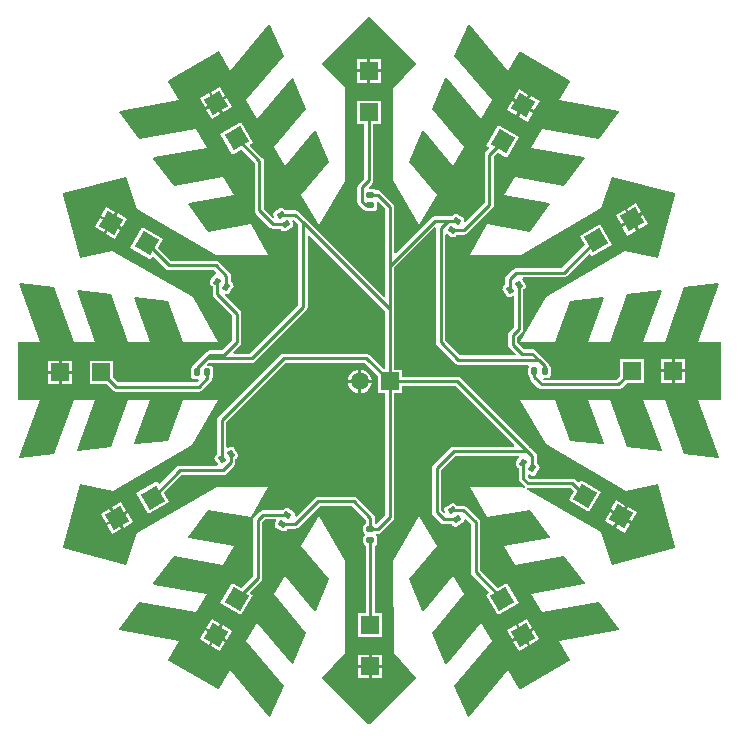
<source format=gtl>
%FSTAX23Y23*%
%MOIN*%
%SFA1B1*%

%IPPOS*%
%AMD13*
4,1,4,-0.010800,-0.040300,0.040300,-0.010800,0.010800,0.040300,-0.040300,0.010800,-0.010800,-0.040300,0.0*
%
%AMD15*
4,1,8,-0.014100,0.000800,-0.006400,-0.012600,-0.003800,-0.013300,0.013400,-0.003400,0.014100,-0.000800,0.006400,0.012600,0.003800,0.013300,-0.013400,0.003400,-0.014100,0.000800,0.0*
1,1,0.003860,-0.012400,0.001700*
1,1,0.003860,-0.004700,-0.011600*
1,1,0.003860,0.012400,-0.001700*
1,1,0.003860,0.004700,0.011600*
%
%AMD16*
4,1,8,-0.011800,0.007700,-0.011800,-0.007700,-0.009900,-0.009600,0.009900,-0.009600,0.011800,-0.007700,0.011800,0.007700,0.009900,0.009600,-0.009900,0.009600,-0.011800,0.007700,0.0*
1,1,0.003860,-0.009900,0.007700*
1,1,0.003860,-0.009900,-0.007700*
1,1,0.003860,0.009900,-0.007700*
1,1,0.003860,0.009900,0.007700*
%
%AMD17*
4,1,4,-0.040300,-0.010800,0.010800,-0.040300,0.040300,0.010800,-0.010800,0.040300,-0.040300,-0.010800,0.0*
%
%AMD18*
4,1,4,0.010800,-0.040300,0.040300,0.010800,-0.010800,0.040300,-0.040300,-0.010800,0.010800,-0.040300,0.0*
%
%AMD19*
4,1,8,-0.006400,0.012600,-0.014100,-0.000800,-0.013400,-0.003400,0.003800,-0.013300,0.006400,-0.012600,0.014100,0.000800,0.013400,0.003400,-0.003800,0.013300,-0.006400,0.012600,0.0*
1,1,0.003860,-0.004700,0.011600*
1,1,0.003860,-0.012400,-0.001700*
1,1,0.003860,0.004700,-0.011600*
1,1,0.003860,0.012400,0.001700*
%
%AMD20*
4,1,8,-0.012600,-0.006400,0.000800,-0.014100,0.003400,-0.013400,0.013300,0.003800,0.012600,0.006400,-0.000800,0.014100,-0.003400,0.013400,-0.013300,-0.003800,-0.012600,-0.006400,0.0*
1,1,0.003860,-0.011600,-0.004700*
1,1,0.003860,0.001700,-0.012400*
1,1,0.003860,0.011600,0.004700*
1,1,0.003860,-0.001700,0.012400*
%
%AMD22*
4,1,4,-0.040300,0.010800,-0.010800,-0.040300,0.040300,-0.010800,0.010800,0.040300,-0.040300,0.010800,0.0*
%
%AMD23*
4,1,8,-0.007700,-0.011800,0.007700,-0.011800,0.009600,-0.009900,0.009600,0.009900,0.007700,0.011800,-0.007700,0.011800,-0.009600,0.009900,-0.009600,-0.009900,-0.007700,-0.011800,0.0*
1,1,0.003860,-0.007700,-0.009900*
1,1,0.003860,0.007700,-0.009900*
1,1,0.003860,0.007700,0.009900*
1,1,0.003860,-0.007700,0.009900*
%
%AMD24*
4,1,8,0.000800,0.014100,-0.012600,0.006400,-0.013300,0.003800,-0.003400,-0.013400,-0.000800,-0.014100,0.012600,-0.006400,0.013300,-0.003800,0.003400,0.013400,0.000800,0.014100,0.0*
1,1,0.003860,0.001700,0.012400*
1,1,0.003860,-0.011600,0.004700*
1,1,0.003860,-0.001700,-0.012400*
1,1,0.003860,0.011600,-0.004700*
%
%ADD11C,0.010000*%
G04~CAMADD=13~10~0.0~590.6~0.0~0.0~0.0~0.0~0~0.0~0.0~0.0~0.0~0~0.0~0.0~0.0~0.0~0~0.0~0.0~0.0~210.0~590.6~0.0*
%ADD13D13*%
%ADD14R,0.059060X0.059060*%
G04~CAMADD=15~8~0.0~0.0~192.9~236.2~19.3~0.0~15~0.0~0.0~0.0~0.0~0~0.0~0.0~0.0~0.0~0~0.0~0.0~0.0~120.0~286.0~270.0*
%ADD15D15*%
G04~CAMADD=16~8~0.0~0.0~192.9~236.2~19.3~0.0~15~0.0~0.0~0.0~0.0~0~0.0~0.0~0.0~0.0~0~0.0~0.0~0.0~90.0~236.0~192.0*
%ADD16D16*%
G04~CAMADD=17~10~0.0~590.6~0.0~0.0~0.0~0.0~0~0.0~0.0~0.0~0.0~0~0.0~0.0~0.0~0.0~0~0.0~0.0~0.0~150.0~590.6~0.0*
%ADD17D17*%
G04~CAMADD=18~10~0.0~590.6~0.0~0.0~0.0~0.0~0~0.0~0.0~0.0~0.0~0~0.0~0.0~0.0~0.0~0~0.0~0.0~0.0~240.0~590.6~0.0*
%ADD18D18*%
G04~CAMADD=19~8~0.0~0.0~192.9~236.2~19.3~0.0~15~0.0~0.0~0.0~0.0~0~0.0~0.0~0.0~0.0~0~0.0~0.0~0.0~60.0~288.0~271.0*
%ADD19D19*%
G04~CAMADD=20~8~0.0~0.0~192.9~236.2~19.3~0.0~15~0.0~0.0~0.0~0.0~0~0.0~0.0~0.0~0.0~0~0.0~0.0~0.0~150.0~272.0~287.0*
%ADD20D20*%
%ADD21R,0.059060X0.059060*%
G04~CAMADD=22~10~0.0~590.6~0.0~0.0~0.0~0.0~0~0.0~0.0~0.0~0.0~0~0.0~0.0~0.0~0.0~0~0.0~0.0~0.0~120.0~590.6~0.0*
%ADD22D22*%
G04~CAMADD=23~8~0.0~0.0~192.9~236.2~19.3~0.0~15~0.0~0.0~0.0~0.0~0~0.0~0.0~0.0~0.0~0~0.0~0.0~0.0~180.0~192.0~236.0*
%ADD23D23*%
G04~CAMADD=24~8~0.0~0.0~192.9~236.2~19.3~0.0~15~0.0~0.0~0.0~0.0~0~0.0~0.0~0.0~0.0~0~0.0~0.0~0.0~30.0~270.0~286.0*
%ADD24D24*%
%ADD38C,0.059060*%
%LNnatal-1*%
%LPD*%
G36*
X03126Y03729D02*
X03051Y03646D01*
X03051Y03341*
X03138Y0319*
X03197Y03292*
X03104Y03402*
X03148Y03506*
X03153Y03506*
X03252Y03388*
X03288Y0345*
X0318Y03579*
X03224Y03682*
X03229Y03683*
X03344Y03546*
X03379Y03608*
X03255Y03755*
X033Y03859*
X03305Y0386*
X03435Y03705*
X03471Y03767*
X03476Y03768*
X03638Y03674*
X03639Y03669*
X03603Y03607*
X03803Y03572*
X03805Y03567*
X03737Y03477*
X03547Y03511*
X03512Y03449*
X03688Y03418*
X03689Y03414*
X03622Y03323*
X03456Y03352*
X03421Y03291*
X03572Y03264*
X03574Y0326*
X03506Y03169*
X03365Y03194*
X03306Y03093*
X03477*
X03745Y03248*
X03779Y03353*
X0399Y03298*
X03992Y03293*
X03935Y03083*
X03824Y03106*
X0356Y02953*
X03474Y02803*
X0359*
X0364Y02939*
X03752Y02952*
X03755Y02948*
X03702Y02803*
X03773*
X03831Y02961*
X03943Y02975*
X03946Y02971*
X03885Y02803*
X03956*
X04022Y02984*
X04134Y02998*
X04137Y02994*
X04067Y02803*
X04143*
Y02609*
X04067*
X04137Y02418*
X04134Y02414*
X04022Y02428*
X03956Y02609*
X03885*
X03946Y02441*
X03943Y02437*
X03831Y0245*
X03773Y02609*
X03702*
X03755Y02464*
X03752Y0246*
X0364Y02473*
X0359Y02609*
X03473*
X03559Y02461*
X03827Y02306*
X03935Y02329*
X03992Y02119*
X0399Y02115*
X03779Y02059*
X03744Y02167*
X03494Y0231*
X03494Y02311*
X03498Y02316*
X035Y02315*
X03642*
X03653Y02304*
X03636Y02274*
X03705Y02234*
X03744Y02303*
X03676Y02342*
X03671Y02335*
X03666Y02334*
X03659Y02341*
X03654Y02345*
X03648Y02346*
X03506*
X03499Y02352*
Y02359*
X03504Y02362*
X03511Y02358*
X03515Y02356*
X0352Y02356*
X03524Y02358*
X03527Y02362*
X03537Y02379*
X03539Y02384*
X03538Y02388*
X03536Y02393*
X03533Y02396*
X0353Y02397*
Y0242*
X03529Y02425*
X03526Y0243*
X03508Y02448*
X03276Y0268*
X03271Y02684*
X03265Y02685*
X03079*
Y02709*
X03055*
Y02772*
Y02911*
Y0305*
X0319Y03185*
X03195Y03183*
X03194Y0318*
Y028*
X03195Y02794*
X03199Y02789*
X03257Y02731*
X03262Y02727*
X03268Y02726*
X03502*
X03504Y02721*
X03503Y02719*
X03502Y02714*
Y02695*
X03503Y0269*
X03505Y02686*
X03506Y02685*
Y02684*
X03507Y02678*
X03511Y02673*
X03535Y02649*
X0354Y02645*
X03546Y02644*
X03802*
X03808Y02645*
X03813Y02649*
X03829Y02665*
X03886*
Y02744*
X03807*
Y02687*
X03795Y02675*
X03553*
X03552Y02675*
X0355Y02678*
X03553Y02682*
X03565*
X0357Y02683*
X03574Y02686*
X03576Y0269*
X03577Y02695*
Y02714*
X03576Y02719*
X03574Y02723*
X03572Y02724*
X03572Y02725*
X03568Y0273*
X03546Y02752*
X03525Y02773*
X0352Y02777*
X03515Y02778*
X03486*
X03465Y02799*
Y02818*
X03481Y02834*
X03484Y02839*
X03485Y02845*
Y02977*
X03488Y02978*
X03491Y02981*
X03493Y02986*
X03494Y0299*
X03492Y02995*
X03482Y03012*
X03483Y03013*
X03485Y03017*
X03619*
X03625Y03018*
X0363Y03021*
X03703Y03095*
X03708Y03094*
X03713Y03087*
X03781Y03126*
X03742Y03195*
X03673Y03155*
X03691Y03125*
X03612Y03047*
X0346*
X03454Y03046*
X03449Y03043*
X03428Y03022*
X03425Y03017*
X03424Y03011*
Y02992*
X03421Y02991*
X03418Y02988*
X03416Y02983*
X03415Y02979*
X03417Y02974*
X03427Y02957*
X0343Y02953*
X03434Y02951*
X03439Y02951*
X03443Y02953*
X0345Y02957*
X03455Y02954*
Y02851*
X03439Y02835*
X03435Y0283*
X03434Y02824*
Y02792*
X03435Y02787*
X03439Y02782*
X03459Y02761*
X03457Y02757*
X03274*
X03225Y02806*
Y03157*
X0323Y0316*
X03244Y03152*
X03249Y0315*
X03253Y03151*
X03258Y03153*
X03261Y03156*
X03262Y03159*
X03287*
X03293Y0316*
X03298Y03163*
X03382Y03248*
X03386Y03253*
X03387Y03259*
Y0342*
X034Y03433*
X0343Y03416*
X0347Y03485*
X03401Y03524*
X03362Y03456*
X03369Y03451*
X0337Y03446*
X03361Y03437*
X03357Y03432*
X03356Y03426*
Y03265*
X03292Y032*
X03287Y03203*
X03288Y03205*
X03288Y0321*
X03286Y03214*
X03282Y03217*
X03265Y03227*
X0326Y03229*
X03256Y03228*
X03251Y03226*
X03248Y03223*
X03247Y0322*
X03189*
X03183Y03219*
X03178Y03216*
X03059Y03098*
X03055Y03099*
Y03252*
X03054Y03258*
X0305Y03263*
X0301Y03303*
X03005Y03307*
X03Y03308*
X02994*
X02993Y03309*
X02989Y03311*
X02984Y03312*
X02971*
X02969Y03317*
X0298Y03329*
X02984Y03334*
X02985Y0334*
Y03527*
X03009*
Y03606*
X0293*
Y03527*
X02954*
Y03346*
X02937Y03328*
X02933Y03323*
X02932Y03318*
Y03269*
X02933Y03263*
X02937Y03258*
X02949Y03246*
X02954Y03242*
X02955Y03242*
X02956Y0324*
X0296Y03238*
X02965Y03237*
X02984*
X02989Y03238*
X02993Y0324*
X02996Y03244*
X02997Y03249*
Y03264*
X02996Y03267*
X03001Y0327*
X03024Y03246*
Y03056*
Y02954*
X0302Y02952*
X02761Y0321*
X02761*
X02736Y03236*
X02731Y03239*
X02725Y0324*
X02692*
X02691Y03243*
X02688Y03246*
X02683Y03248*
X02679Y03249*
X02674Y03247*
X02657Y03237*
X02653Y03234*
X02651Y0323*
X02651Y03225*
X02653Y03221*
X02653Y03219*
X02649Y03216*
X0262Y03246*
Y03404*
X02619Y0341*
X02615Y03415*
X02575Y03456*
X02575Y03461*
X02583Y03465*
X02543Y03534*
X02475Y03494*
X02514Y03426*
X02544Y03443*
X02589Y03398*
Y0324*
X0259Y03234*
X02594Y03229*
X02639Y03183*
X02644Y0318*
X0265Y03179*
X02677*
X02678Y03176*
X02681Y03173*
X02686Y03171*
X0269Y0317*
X02695Y03172*
X02712Y03182*
X02716Y03185*
X02718Y03189*
X02718Y03194*
X02716Y03198*
X02713Y03204*
X02716Y03209*
X02719Y03209*
X02735Y03193*
Y02924*
X02574Y02763*
X0252*
X02518Y02767*
X02539Y02789*
X02543Y02794*
X02544Y028*
Y02896*
X02543Y02902*
X02539Y02907*
X02487Y02959*
X0249Y02963*
X02491Y02963*
X02495Y02961*
X025Y02961*
X02504Y02963*
X02507Y02967*
X02517Y02984*
X02519Y02989*
X02518Y02993*
X02516Y02998*
X02513Y03001*
X0251Y03002*
Y03021*
X02509Y03027*
X02506Y03032*
X0247Y03067*
X02465Y03071*
X0246Y03072*
X02309*
X02266Y03115*
X02283Y03145*
X02215Y03184*
X02175Y03116*
X02244Y03076*
X02248Y03084*
X02253Y03085*
X02292Y03046*
X02297Y03042*
X02303Y03041*
X02453*
X02462Y03033*
X0246Y03028*
X02459Y03028*
X02455Y03026*
X02452Y03022*
X02442Y03005*
X0244Y03*
X02441Y02996*
X02443Y02991*
X02446Y02988*
X02449Y02987*
Y02961*
X0245Y02955*
X02453Y0295*
X02513Y0289*
Y02806*
X02481Y02774*
X0244*
X02434Y02773*
X02429Y02769*
X02418Y02758*
X02386Y02726*
X02382Y02721*
X02382Y02719*
X0238Y02718*
X02378Y02714*
X02377Y02709*
Y0269*
X02378Y02685*
X0238Y02681*
X02384Y02678*
X02389Y02677*
X02402*
X02404Y02672*
X02398Y02667*
X02133*
X02118Y02682*
Y02739*
X02039*
Y0266*
X02096*
X02116Y02641*
X02121Y02637*
X02126Y02636*
X02404*
X0241Y02637*
X02415Y02641*
X02443Y02669*
X02447Y02674*
X02448Y0268*
Y0268*
X02449Y02681*
X02451Y02685*
X02452Y0269*
Y02709*
X02451Y02714*
X02449Y02718*
X02445Y02721*
X0244Y02722*
X02431*
X02429Y02727*
X02435Y02732*
X02581*
X02586Y02733*
X02591Y02737*
X02761Y02907*
X02765Y02912*
X02766Y02918*
Y03156*
X0277Y03158*
X03024Y02904*
Y02772*
Y02713*
X03019Y02711*
X02972Y02758*
X02967Y02762*
X02962Y02763*
X02686*
X0268Y02762*
X02675Y02758*
X02468Y02551*
X02465Y02546*
X02464Y02541*
Y02427*
X02461Y02426*
X02458Y02423*
X02456Y02418*
X02455Y02414*
X02457Y02409*
X02466Y02394*
X02463Y02389*
X02339*
X02333Y02388*
X02328Y02384*
X02273Y02329*
X02268Y0233*
X02263Y02337*
X02195Y02298*
X02234Y02229*
X02303Y02269*
X02286Y02299*
X02345Y02358*
X02484*
X0249Y02359*
X02495Y02363*
X02521Y02389*
X02524Y02394*
X02525Y024*
Y02412*
X02528Y02413*
X02531Y02416*
X02533Y02421*
X02534Y02425*
X02532Y0243*
X02522Y02447*
X02519Y02451*
X02515Y02453*
X0251Y02453*
X02506Y02451*
X02499Y02447*
X02494Y0245*
Y02534*
X02692Y02732*
X02955*
X03Y02687*
Y0263*
X03024*
Y02224*
X02994Y02194*
X02993Y02194*
X0299Y02196*
Y02216*
X02989Y02221*
X02985Y02226*
X0293Y02281*
X02925Y02285*
X0292Y02286*
X028*
X02794Y02285*
X02789Y02281*
X02727Y02219*
X02726Y0222*
X02723Y02225*
X02723Y0223*
X02721Y02234*
X02717Y02237*
X027Y02247*
X02695Y02249*
X02691Y02248*
X02686Y02246*
X02683Y02243*
X02682Y0224*
X02617*
X02611Y02239*
X02606Y02236*
X02588Y02217*
X02584Y02212*
X02583Y02207*
Y0202*
X02544Y01981*
X02514Y01998*
X02475Y0193*
X02543Y0189*
X02583Y01959*
X02575Y01963*
X02575Y01968*
X02609Y02003*
X02613Y02008*
X02614Y02014*
Y022*
X02623Y0221*
X02659*
X02662Y02205*
X02658Y02198*
X02656Y02194*
X02656Y02189*
X02658Y02185*
X02662Y02182*
X02679Y02172*
X02684Y0217*
X02688Y02171*
X02693Y02173*
X02696Y02176*
X02697Y02179*
X02723*
X02729Y0218*
X02734Y02183*
X02806Y02255*
X02913*
X02959Y02209*
Y02196*
X02956Y02194*
X02953Y0219*
X02952Y02185*
Y0217*
X02953Y02165*
X02956Y02161*
Y02158*
X02953Y02154*
X02952Y02149*
Y02134*
X02953Y02129*
X02956Y02125*
X02959Y02123*
Y01897*
X02935*
Y01818*
X03014*
Y01897*
X0299*
Y02123*
X02993Y02125*
X02996Y02129*
X02997Y02134*
Y02149*
X02996Y02154*
X02993Y02157*
X02994Y0216*
X02996Y02162*
X03*
X03005Y02163*
X0301Y02167*
X0305Y02207*
X03054Y02212*
X03055Y02217*
Y0263*
X03079*
Y02654*
X03259*
X03455Y02457*
X03454Y02453*
X03253*
X03247Y02452*
X03242Y02448*
X03185Y02391*
X03181Y02386*
X0318Y02381*
Y02234*
X03181Y02228*
X03185Y02223*
X03209Y02199*
X03214Y02195*
X0322Y02194*
X03247*
X03248Y02192*
X03251Y02188*
X03256Y02186*
X0326Y02186*
X03265Y02187*
X03282Y02197*
X03286Y022*
X03288Y02205*
X03288Y02208*
X0329Y0221*
X03293Y02211*
X0331Y02193*
Y02034*
X03311Y02028*
X03315Y02023*
X03369Y01968*
X03368Y01963*
X03361Y01959*
X034Y01891*
X03469Y0193*
X03429Y01999*
X03399Y01981*
X03341Y0204*
Y022*
X0334Y02205*
X03336Y0221*
X03295Y02251*
X0329Y02255*
X03284Y02256*
X03262*
X03261Y02258*
X03258Y02262*
X03253Y02264*
X03249Y02264*
X03244Y02263*
X03227Y02253*
X03223Y0225*
X03221Y02245*
X03221Y02241*
X03223Y02236*
X03224Y02234*
X0322Y02231*
X03211Y0224*
Y02374*
X03259Y02422*
X0347*
X03472Y02417*
X03472Y02417*
X03462Y024*
X0346Y02395*
X03461Y02391*
X03463Y02386*
X03466Y02383*
X03469Y02382*
Y02346*
X0347Y0234*
X03473Y02335*
X03489Y0232*
X0349Y02319*
X03492Y02316*
X03491Y02315*
X03488Y02314*
X0348Y02319*
X03306*
X03365Y02217*
X03506Y02242*
X03574Y02152*
X03572Y02147*
X03421Y02121*
X03456Y02059*
X03622Y02089*
X03689Y01998*
X03688Y01994*
X03512Y01963*
X03547Y01901*
X03737Y01935*
X03805Y01844*
X03803Y0184*
X03603Y01804*
X03639Y01743*
X03638Y01738*
X03476Y01644*
X03471Y01645*
X03435Y01707*
X03304Y01552*
X03299Y01553*
X03255Y01656*
X03379Y01804*
X03344Y01865*
X03229Y01729*
X03224Y01729*
X0318Y01833*
X03288Y01962*
X03252Y02023*
X03153Y01905*
X03148Y01906*
X03104Y0201*
X03196Y0212*
X03138Y02222*
X03052Y02073*
X03053Y01764*
X03127Y01682*
X02973Y01527*
X02968*
X02815Y01682*
X0289Y01766*
X0289Y02071*
X02803Y02221*
X02745Y0212*
X02837Y0201*
X02793Y01906*
X02788Y01905*
X02689Y02023*
X02654Y01962*
X02762Y01833*
X02717Y01729*
X02713Y01729*
X02598Y01865*
X02562Y01804*
X02686Y01656*
X02642Y01552*
X02637Y01552*
X02506Y01707*
X02471Y01645*
X02466Y01644*
X02303Y01737*
X02302Y01742*
X02338Y01804*
X02138Y0184*
X02136Y01844*
X02204Y01935*
X02394Y01901*
X02429Y01963*
X02253Y01993*
X02252Y01998*
X02319Y02089*
X02485Y02059*
X02521Y02121*
X02369Y02147*
X02367Y02152*
X02435Y02242*
X02576Y02217*
X02635Y02319*
X02464*
X02197Y02164*
X02162Y02059*
X01952Y02114*
X01949Y02119*
X02007Y02329*
X02117Y02306*
X02381Y02458*
X02468Y02609*
X02351*
X02301Y02473*
X02189Y0246*
X02186Y02464*
X02239Y02609*
X02168*
X0211Y0245*
X01999Y02437*
X01996Y02441*
X02056Y02609*
X01986*
X0192Y02428*
X01808Y02414*
X01805Y02418*
X01874Y02609*
X01799*
Y02803*
X01874*
X01805Y02994*
X01808Y02998*
X0192Y02984*
X01986Y02803*
X02056*
X01996Y02971*
X01999Y02975*
X0211Y02961*
X02168Y02803*
X02239*
X02186Y02948*
X0219Y02952*
X02302Y02938*
X02351Y02803*
X02468*
X02383Y02951*
X02115Y03105*
X02007Y03082*
X01949Y03293*
X01952Y03297*
X02162Y03352*
X02197Y03245*
X02462Y03093*
X02635*
X02577Y03194*
X02435Y03169*
X02367Y0326*
X02369Y03264*
X02521Y03291*
X02485Y03352*
X0232Y03323*
X02252Y03413*
X02254Y03418*
X02429Y03449*
X02394Y03511*
X02204Y03477*
X02137Y03567*
X02139Y03572*
X02338Y03607*
X02302Y03669*
X02304Y03674*
X02469Y0377*
X02507Y03705*
X02637Y0386*
X02642Y03859*
X02686Y03755*
X02562Y03608*
X02598Y03546*
X02713Y03683*
X02717Y03682*
X02762Y03579*
X02654Y0345*
X02689Y03388*
X02788Y03506*
X02793Y03506*
X02837Y03402*
X02745Y03292*
X02803Y0319*
X02889Y03338*
X02889Y03647*
X02815Y03729*
X02968Y03884*
X02973*
X03126Y03729*
G37*
%LNnatal-2*%
%LPC*%
G36*
X03009Y03744D02*
X02975D01*
Y0371*
X03009*
Y03744*
G37*
G36*
X02965D02*
X0293D01*
Y0371*
X02965*
Y03744*
G37*
G36*
X03009Y037D02*
X02975D01*
Y03665*
X03009*
Y037*
G37*
G36*
X02965D02*
X0293D01*
Y03665*
X02965*
Y037*
G37*
G36*
X02475Y03653D02*
X02445Y03636D01*
X02462Y03606*
X02492Y03623*
X02475Y03653*
G37*
G36*
X0347Y03644D02*
X03453Y03614D01*
X03483Y03596*
X035Y03626*
X0347Y03644*
G37*
G36*
X02436Y03631D02*
X02406Y03614D01*
X02423Y03584*
X02453Y03601*
X02436Y03631*
G37*
G36*
X03509Y03621D02*
X03491Y03591D01*
X03521Y03574*
X03539Y03604*
X03509Y03621*
G37*
G36*
X02497Y03615D02*
X02467Y03597D01*
X02484Y03567*
X02514Y03585*
X02497Y03615*
G37*
G36*
X03448Y03605D02*
X03431Y03575D01*
X0346Y03558*
X03478Y03588*
X03448Y03605*
G37*
G36*
X02458Y03592D02*
X02428Y03575D01*
X02446Y03545*
X02475Y03562*
X02458Y03592*
G37*
G36*
X03486Y03583D02*
X03469Y03553D01*
X03499Y03536*
X03516Y03565*
X03486Y03583*
G37*
G36*
X03861Y03264D02*
X03831Y03246D01*
X03849Y03216*
X03878Y03234*
X03861Y03264*
G37*
G36*
X02095Y03253D02*
X02078Y03223D01*
X02108Y03206*
X02125Y03236*
X02095Y03253*
G37*
G36*
X03823Y03241D02*
X03793Y03224D01*
X0381Y03194*
X0384Y03211*
X03823Y03241*
G37*
G36*
X02134Y03231D02*
X02117Y03201D01*
X02147Y03184*
X02164Y03213*
X02134Y03231*
G37*
G36*
X03883Y03225D02*
X03854Y03208D01*
X03871Y03178*
X03901Y03195*
X03883Y03225*
G37*
G36*
X02073Y03214D02*
X02056Y03184D01*
X02086Y03167*
X02103Y03197*
X02073Y03214*
G37*
G36*
X03845Y03203D02*
X03815Y03185D01*
X03832Y03156*
X03862Y03173*
X03845Y03203*
G37*
G36*
X02112Y03192D02*
X02094Y03162D01*
X02124Y03145*
X02142Y03175*
X02112Y03192*
G37*
G36*
X04024Y02744D02*
X0399D01*
Y0271*
X04024*
Y02744*
G37*
G36*
X0398D02*
X03945D01*
Y0271*
X0398*
Y02744*
G37*
G36*
X0198Y02739D02*
X01946D01*
Y02705*
X0198*
Y02739*
G37*
G36*
X01936D02*
X01901D01*
Y02705*
X01936*
Y02739*
G37*
G36*
X02945Y02709D02*
Y02675D01*
X02979*
X02978Y0268*
X02974Y02689*
X02968Y02698*
X02959Y02704*
X0295Y02708*
X02945Y02709*
G37*
G36*
X02935D02*
X02929Y02708D01*
X0292Y02704*
X02911Y02698*
X02905Y02689*
X02901Y0268*
X029Y02675*
X02935*
Y02709*
G37*
G36*
X04024Y027D02*
X0399D01*
Y02665*
X04024*
Y027*
G37*
G36*
X0398D02*
X03945D01*
Y02665*
X0398*
Y027*
G37*
G36*
X0198Y02695D02*
X01946D01*
Y0266*
X0198*
Y02695*
G37*
G36*
X01936D02*
X01901D01*
Y0266*
X01936*
Y02695*
G37*
G36*
X02979Y02665D02*
X02945D01*
Y0263*
X0295Y02631*
X02959Y02635*
X02968Y02641*
X02974Y0265*
X02978Y02659*
X02979Y02665*
G37*
G36*
X02935D02*
X029D01*
X02901Y02659*
X02905Y0265*
X02911Y02641*
X0292Y02635*
X02929Y02631*
X02935Y0263*
Y02665*
G37*
G36*
X03795Y02274D02*
X03778Y02244D01*
X03808Y02226*
X03825Y02256*
X03795Y02274*
G37*
G36*
X02144Y02269D02*
X02114Y02251D01*
X02131Y02221*
X02161Y02239*
X02144Y02269*
G37*
G36*
X03834Y02251D02*
X03816Y02221D01*
X03846Y02204*
X03864Y02234*
X03834Y02251*
G37*
G36*
X02105Y02246D02*
X02076Y02229D01*
X02093Y02199*
X02123Y02216*
X02105Y02246*
G37*
G36*
X03773Y02235D02*
X03756Y02205D01*
X03785Y02188*
X03803Y02218*
X03773Y02235*
G37*
G36*
X02166Y0223D02*
X02136Y02213D01*
X02154Y02183*
X02184Y022*
X02166Y0223*
G37*
G36*
X03811Y02213D02*
X03794Y02183D01*
X03824Y02166*
X03841Y02195*
X03811Y02213*
G37*
G36*
X02128Y02208D02*
X02098Y0219D01*
X02115Y02161*
X02145Y02178*
X02128Y02208*
G37*
G36*
X03498Y01879D02*
X03468Y01862D01*
X03485Y01832*
X03515Y01849*
X03498Y01879*
G37*
G36*
X02446Y01879D02*
X02428Y01849D01*
X02458Y01832*
X02475Y01862*
X02446Y01879*
G37*
G36*
X03459Y01857D02*
X03429Y0184D01*
X03447Y0181*
X03477Y01827*
X03459Y01857*
G37*
G36*
X02484Y01857D02*
X02467Y01827D01*
X02497Y01809*
X02514Y01839*
X02484Y01857*
G37*
G36*
X0352Y01841D02*
X0349Y01823D01*
X03507Y01793*
X03537Y01811*
X0352Y01841*
G37*
G36*
X02423Y0184D02*
X02406Y0181D01*
X02436Y01793*
X02453Y01823*
X02423Y0184*
G37*
G36*
X03482Y01818D02*
X03452Y01801D01*
X03469Y01771*
X03499Y01788*
X03482Y01818*
G37*
G36*
X02462Y01818D02*
X02445Y01788D01*
X02475Y01771*
X02492Y01801*
X02462Y01818*
G37*
G36*
X03014Y01759D02*
X0298D01*
Y01725*
X03014*
Y01759*
G37*
G36*
X0297D02*
X02935D01*
Y01725*
X0297*
Y01759*
G37*
G36*
X03014Y01715D02*
X0298D01*
Y0168*
X03014*
Y01715*
G37*
G36*
X0297D02*
X02935D01*
Y0168*
X0297*
Y01715*
G37*
%LNnatal-3*%
%LPD*%
G54D11*
X02975Y01857D02*
Y02142D01*
X03536Y02741D02*
X03557Y0272D01*
X03515Y02762D02*
X03536Y02741D01*
X03189Y03205D02*
X03235D01*
X0304Y02772D02*
Y02911D01*
X03265Y0267D02*
X03497Y02438D01*
X0304Y03056D02*
Y03252D01*
Y02911D02*
Y03056D01*
X02751Y032D02*
X0304Y02911D01*
X02429Y02748D02*
X0244Y02759D01*
X03Y03292D02*
X0304Y03252D01*
X02975Y03292D02*
X03D01*
X0304Y03056D02*
X03189Y03205D01*
X03557Y02705D02*
Y0272D01*
X0348Y02762D02*
X03515D01*
X0345Y02792D02*
X0348Y02762D01*
X0345Y02792D02*
Y02824D01*
X0347Y02845*
Y02993*
X03515Y02381D02*
Y0242D01*
X03497Y02438D02*
X03515Y0242D01*
X03253Y02438D02*
X03497D01*
X03196Y02381D02*
X03253Y02438D01*
X03196Y02234D02*
Y02381D01*
Y02234D02*
X0322Y0221D01*
X03263*
X0304Y0267D02*
X03265D01*
X02397Y02716D02*
X02429Y02748D01*
X02581*
X02751Y02918*
Y032*
X02725Y03225D02*
X02751Y032D01*
X02676Y03225D02*
X02725D01*
X02397Y027D02*
Y02716D01*
X0244Y02759D02*
X02488D01*
X02529Y028*
Y02896*
X02464Y02961D02*
X02529Y02896D01*
X02464Y02961D02*
Y03003D01*
X0304Y0267D02*
Y02772D01*
X03619Y03032D02*
X03727Y03141D01*
X0346Y03032D02*
X03619D01*
X03439Y03011D02*
X0346Y03032D01*
X03439Y02976D02*
Y03011D01*
X02432Y0268D02*
Y027D01*
X02404Y02652D02*
X02432Y0268D01*
X02126Y02652D02*
X02404D01*
X02078Y027D02*
X02126Y02652D01*
X03235Y03205D02*
X03263D01*
X0321Y0318D02*
X03235Y03205D01*
X0321Y028D02*
Y0318D01*
Y028D02*
X03268Y02741D01*
X03536*
X03802Y0266D02*
X03847Y02705D01*
X03546Y0266D02*
X03802D01*
X03522Y02684D02*
X03546Y0266D01*
X03522Y02684D02*
Y02705D01*
X02479Y02411D02*
Y02541D01*
X02686Y02748*
X02962*
X0304Y0267*
Y02217D02*
Y0267D01*
X03Y02177D02*
X0304Y02217D01*
X02975Y02177D02*
X03D01*
X02617Y02225D02*
X02698D01*
X02599Y02207D02*
X02617Y02225D01*
X02599Y02014D02*
Y02207D01*
X02529Y01944D02*
X02599Y02014D01*
X0265Y03194D02*
X02693D01*
X02605Y0324D02*
X0265Y03194D01*
X02605Y0324D02*
Y03404D01*
X02529Y0348D02*
X02605Y03404D01*
X03246Y03174D02*
X03287D01*
X03372Y03259*
Y03426*
X03416Y0347*
X03326Y02034D02*
X03415Y01945D01*
X03326Y02034D02*
Y022D01*
X03284Y02241D02*
X03326Y022D01*
X03246Y02241D02*
X03284D01*
X0251Y024D02*
Y02428D01*
X02484Y02374D02*
X0251Y024D01*
X02339Y02374D02*
X02484D01*
X02249Y02283D02*
X02339Y02374D01*
X02495Y02986D02*
Y03021D01*
X0246Y03057D02*
X02495Y03021D01*
X02303Y03057D02*
X0246D01*
X02229Y0313D02*
X02303Y03057D01*
X03484Y02346D02*
Y02398D01*
Y02346D02*
X035Y02331D01*
X03648*
X0369Y02288*
X02681Y02194D02*
X02723D01*
X028Y02271*
X0292*
X02975Y02216*
Y02177D02*
Y02216D01*
X0296Y03257D02*
X02975D01*
X02948Y03269D02*
X0296Y03257D01*
X02948Y03269D02*
Y03318D01*
X0297Y0334*
Y03567*
G54D13*
X02529Y0348D03*
X0246Y03599D03*
X03415Y01945D03*
X03483Y01825D03*
G54D14*
X0297Y03567D03*
Y03705D03*
X02975Y01857D03*
Y0172D03*
G54D15*
X02693Y03194D03*
X02676Y03225D03*
X03246Y02241D03*
X03263Y0221D03*
G54D16*
X02975Y03257D03*
Y03292D03*
Y02142D03*
Y02177D03*
G54D17*
X03416Y0347D03*
X03485Y0359D03*
X02529Y01944D03*
X0246Y01825D03*
G54D18*
X02229Y0313D03*
X0211Y03199D03*
X0369Y02288D03*
X0381Y0222D03*
G54D19*
X03246Y03174D03*
X03263Y03205D03*
X02698Y02225D03*
X02681Y02194D03*
G54D20*
X02495Y02986D03*
X02464Y03003D03*
X03484Y02398D03*
X03515Y02381D03*
G54D21*
X02078Y027D03*
X01941D03*
X03847Y02705D03*
X03985D03*
X0304Y0267D03*
G54D22*
X03727Y03141D03*
X03847Y0321D03*
X02249Y02283D03*
X0213Y02215D03*
G54D23*
X02432Y027D03*
X02397D03*
X03522Y02705D03*
X03557D03*
G54D24*
X03439Y02976D03*
X0347Y02993D03*
X0251Y02428D03*
X02479Y02411D03*
G54D38*
X0294Y0267D03*
M02*
</source>
